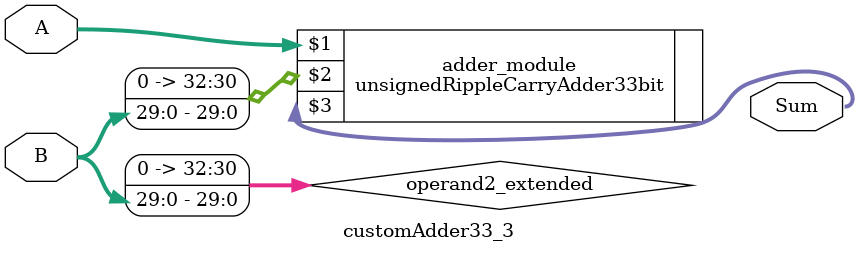
<source format=v>
module customAdder33_3(
                        input [32 : 0] A,
                        input [29 : 0] B,
                        
                        output [33 : 0] Sum
                );

        wire [32 : 0] operand2_extended;
        
        assign operand2_extended =  {3'b0, B};
        
        unsignedRippleCarryAdder33bit adder_module(
            A,
            operand2_extended,
            Sum
        );
        
        endmodule
        
</source>
